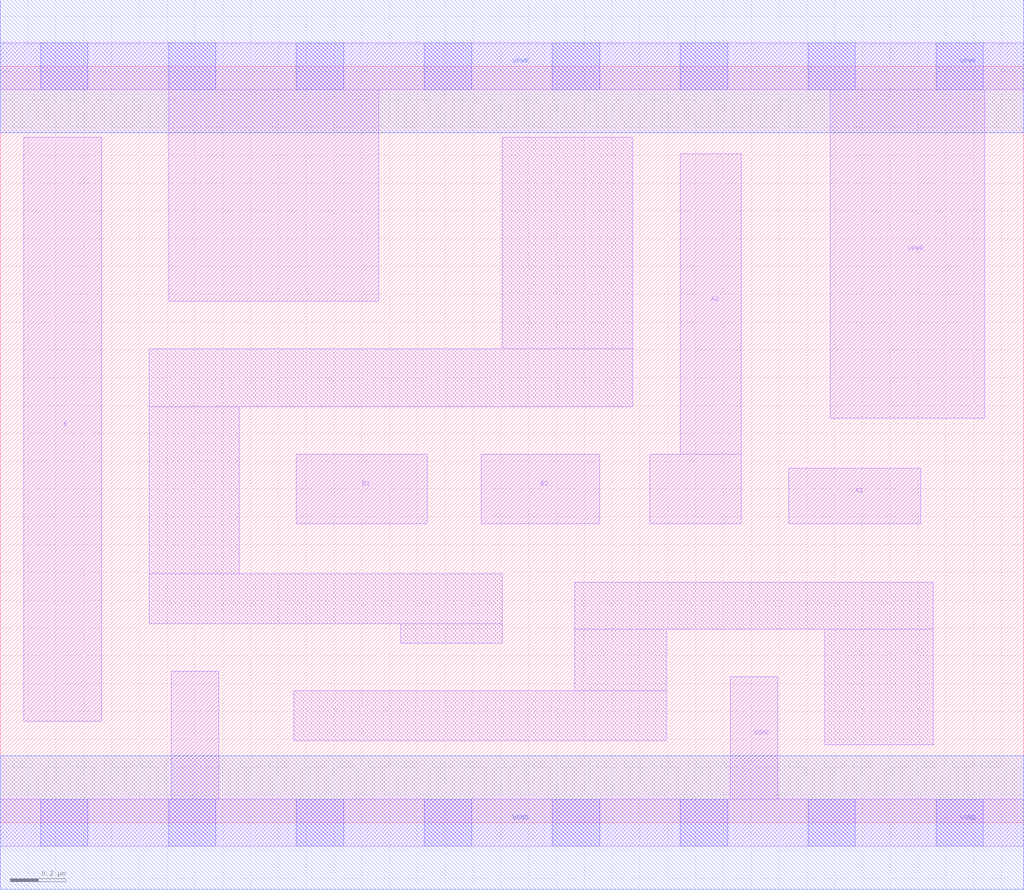
<source format=lef>
# Copyright 2020 The SkyWater PDK Authors
#
# Licensed under the Apache License, Version 2.0 (the "License");
# you may not use this file except in compliance with the License.
# You may obtain a copy of the License at
#
#     https://www.apache.org/licenses/LICENSE-2.0
#
# Unless required by applicable law or agreed to in writing, software
# distributed under the License is distributed on an "AS IS" BASIS,
# WITHOUT WARRANTIES OR CONDITIONS OF ANY KIND, either express or implied.
# See the License for the specific language governing permissions and
# limitations under the License.
#
# SPDX-License-Identifier: Apache-2.0

VERSION 5.7 ;
  NAMESCASESENSITIVE ON ;
  NOWIREEXTENSIONATPIN ON ;
  DIVIDERCHAR "/" ;
  BUSBITCHARS "[]" ;
UNITS
  DATABASE MICRONS 200 ;
END UNITS
PROPERTYDEFINITIONS
  MACRO maskLayoutSubType STRING ;
  MACRO prCellType STRING ;
  MACRO originalViewName STRING ;
END PROPERTYDEFINITIONS
MACRO sky130_fd_sc_hdll__o22a_1
  CLASS CORE ;
  FOREIGN sky130_fd_sc_hdll__o22a_1 ;
  ORIGIN  0.000000  0.000000 ;
  SIZE  3.680000 BY  2.720000 ;
  SYMMETRY X Y R90 ;
  SITE unithd ;
  PIN A1
    ANTENNAGATEAREA  0.277500 ;
    DIRECTION INPUT ;
    USE SIGNAL ;
    PORT
      LAYER li1 ;
        RECT 2.835000 1.075000 3.310000 1.275000 ;
    END
  END A1
  PIN A2
    ANTENNAGATEAREA  0.277500 ;
    DIRECTION INPUT ;
    USE SIGNAL ;
    PORT
      LAYER li1 ;
        RECT 2.335000 1.075000 2.665000 1.325000 ;
        RECT 2.445000 1.325000 2.665000 2.405000 ;
    END
  END A2
  PIN B1
    ANTENNAGATEAREA  0.277500 ;
    DIRECTION INPUT ;
    USE SIGNAL ;
    PORT
      LAYER li1 ;
        RECT 1.065000 1.075000 1.535000 1.325000 ;
    END
  END B1
  PIN B2
    ANTENNAGATEAREA  0.277500 ;
    DIRECTION INPUT ;
    USE SIGNAL ;
    PORT
      LAYER li1 ;
        RECT 1.730000 1.075000 2.155000 1.325000 ;
    END
  END B2
  PIN X
    ANTENNADIFFAREA  0.472000 ;
    DIRECTION OUTPUT ;
    USE SIGNAL ;
    PORT
      LAYER li1 ;
        RECT 0.085000 0.365000 0.365000 2.465000 ;
    END
  END X
  PIN VGND
    DIRECTION INOUT ;
    USE GROUND ;
    PORT
      LAYER li1 ;
        RECT 0.000000 -0.085000 3.680000 0.085000 ;
        RECT 0.615000  0.085000 0.785000 0.545000 ;
        RECT 2.625000  0.085000 2.795000 0.525000 ;
      LAYER mcon ;
        RECT 0.145000 -0.085000 0.315000 0.085000 ;
        RECT 0.605000 -0.085000 0.775000 0.085000 ;
        RECT 1.065000 -0.085000 1.235000 0.085000 ;
        RECT 1.525000 -0.085000 1.695000 0.085000 ;
        RECT 1.985000 -0.085000 2.155000 0.085000 ;
        RECT 2.445000 -0.085000 2.615000 0.085000 ;
        RECT 2.905000 -0.085000 3.075000 0.085000 ;
        RECT 3.365000 -0.085000 3.535000 0.085000 ;
      LAYER met1 ;
        RECT 0.000000 -0.240000 3.680000 0.240000 ;
    END
  END VGND
  PIN VPWR
    DIRECTION INOUT ;
    USE POWER ;
    PORT
      LAYER li1 ;
        RECT 0.000000 2.635000 3.680000 2.805000 ;
        RECT 0.605000 1.875000 1.360000 2.635000 ;
        RECT 2.985000 1.455000 3.540000 2.635000 ;
      LAYER mcon ;
        RECT 0.145000 2.635000 0.315000 2.805000 ;
        RECT 0.605000 2.635000 0.775000 2.805000 ;
        RECT 1.065000 2.635000 1.235000 2.805000 ;
        RECT 1.525000 2.635000 1.695000 2.805000 ;
        RECT 1.985000 2.635000 2.155000 2.805000 ;
        RECT 2.445000 2.635000 2.615000 2.805000 ;
        RECT 2.905000 2.635000 3.075000 2.805000 ;
        RECT 3.365000 2.635000 3.535000 2.805000 ;
      LAYER met1 ;
        RECT 0.000000 2.480000 3.680000 2.960000 ;
    END
  END VPWR
  OBS
    LAYER li1 ;
      RECT 0.535000 0.715000 1.805000 0.895000 ;
      RECT 0.535000 0.895000 0.860000 1.495000 ;
      RECT 0.535000 1.495000 2.275000 1.705000 ;
      RECT 1.055000 0.295000 2.395000 0.475000 ;
      RECT 1.440000 0.645000 1.805000 0.715000 ;
      RECT 1.805000 1.705000 2.275000 2.465000 ;
      RECT 2.065000 0.475000 2.395000 0.695000 ;
      RECT 2.065000 0.695000 3.355000 0.865000 ;
      RECT 2.965000 0.280000 3.355000 0.695000 ;
  END
  PROPERTY maskLayoutSubType "abstract" ;
  PROPERTY prCellType "standard" ;
  PROPERTY originalViewName "layout" ;
END sky130_fd_sc_hdll__o22a_1

</source>
